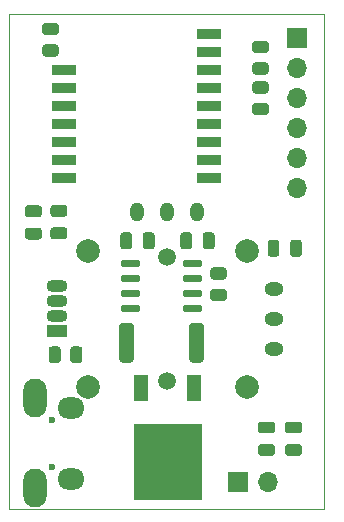
<source format=gts>
%TF.GenerationSoftware,KiCad,Pcbnew,(5.1.7)-1*%
%TF.CreationDate,2021-06-20T23:08:26+01:00*%
%TF.ProjectId,RcCtlHw,52634374-6c48-4772-9e6b-696361645f70,rev?*%
%TF.SameCoordinates,Original*%
%TF.FileFunction,Soldermask,Top*%
%TF.FilePolarity,Negative*%
%FSLAX46Y46*%
G04 Gerber Fmt 4.6, Leading zero omitted, Abs format (unit mm)*
G04 Created by KiCad (PCBNEW (5.1.7)-1) date 2021-06-20 23:08:26*
%MOMM*%
%LPD*%
G01*
G04 APERTURE LIST*
%TA.AperFunction,Profile*%
%ADD10C,0.050000*%
%TD*%
%ADD11O,1.700000X1.700000*%
%ADD12R,1.700000X1.700000*%
%ADD13O,1.600000X1.200000*%
%ADD14O,1.200000X1.600000*%
%ADD15C,1.500000*%
%ADD16C,2.000000*%
%ADD17O,1.800000X1.070000*%
%ADD18R,1.800000X1.070000*%
%ADD19R,2.000000X0.900000*%
%ADD20O,2.000000X3.300000*%
%ADD21O,2.300000X1.800000*%
%ADD22C,0.600000*%
%ADD23R,1.200000X2.200000*%
%ADD24R,5.800000X6.400000*%
G04 APERTURE END LIST*
D10*
X114300000Y-84455000D02*
X140970000Y-84455000D01*
X140970000Y-84455000D02*
X140970000Y-84836000D01*
X114300000Y-84709000D02*
X114300000Y-84455000D01*
X140970000Y-126365000D02*
X140970000Y-119380000D01*
X114300000Y-126365000D02*
X140970000Y-126365000D01*
X114300000Y-119380000D02*
X114300000Y-126365000D01*
X114300000Y-119380000D02*
X114300000Y-84709000D01*
X140970000Y-84836000D02*
X140970000Y-119380000D01*
D11*
%TO.C,J2*%
X138684000Y-99187000D03*
X138684000Y-96647000D03*
X138684000Y-94107000D03*
X138684000Y-91567000D03*
X138684000Y-89027000D03*
D12*
X138684000Y-86487000D03*
%TD*%
D13*
%TO.C,U4*%
X136761000Y-112776000D03*
X136761000Y-110236000D03*
X136761000Y-107696000D03*
D14*
X130301000Y-101236000D03*
X127761000Y-101236000D03*
X125221000Y-101236000D03*
D15*
X127761000Y-115486000D03*
X127761000Y-104986000D03*
D16*
X134511000Y-115986000D03*
X134511000Y-104486000D03*
X121011000Y-104486000D03*
X121011000Y-115986000D03*
%TD*%
D17*
%TO.C,D1*%
X118364000Y-107442000D03*
X118364000Y-108712000D03*
X118364000Y-109982000D03*
D18*
X118364000Y-111252000D03*
%TD*%
D19*
%TO.C,U2*%
X131305000Y-86092001D03*
X131305000Y-87616001D03*
X131305000Y-89140001D03*
X131305000Y-90664001D03*
X131305000Y-92188001D03*
X131305000Y-93712001D03*
X131305000Y-95236001D03*
X131305000Y-96760001D03*
X131305000Y-98284001D03*
X118986000Y-89140001D03*
X118986000Y-90664001D03*
X118986000Y-92188001D03*
X118986000Y-93712001D03*
X118986000Y-95236001D03*
X118986000Y-96760001D03*
X118986000Y-98284001D03*
%TD*%
%TO.C,R3*%
G36*
G01*
X119526000Y-113734001D02*
X119526000Y-112833999D01*
G75*
G02*
X119775999Y-112584000I249999J0D01*
G01*
X120301001Y-112584000D01*
G75*
G02*
X120551000Y-112833999I0J-249999D01*
G01*
X120551000Y-113734001D01*
G75*
G02*
X120301001Y-113984000I-249999J0D01*
G01*
X119775999Y-113984000D01*
G75*
G02*
X119526000Y-113734001I0J249999D01*
G01*
G37*
G36*
G01*
X117701000Y-113734001D02*
X117701000Y-112833999D01*
G75*
G02*
X117950999Y-112584000I249999J0D01*
G01*
X118476001Y-112584000D01*
G75*
G02*
X118726000Y-112833999I0J-249999D01*
G01*
X118726000Y-113734001D01*
G75*
G02*
X118476001Y-113984000I-249999J0D01*
G01*
X117950999Y-113984000D01*
G75*
G02*
X117701000Y-113734001I0J249999D01*
G01*
G37*
%TD*%
D20*
%TO.C,J1*%
X116518000Y-116977000D03*
D21*
X119618000Y-117777000D03*
D20*
X116518000Y-124577000D03*
D22*
X118018000Y-118777000D03*
X118018000Y-122777000D03*
D21*
X119618000Y-123777000D03*
%TD*%
%TO.C,C1*%
G36*
G01*
X131752000Y-103157000D02*
X131752000Y-104107000D01*
G75*
G02*
X131502000Y-104357000I-250000J0D01*
G01*
X131002000Y-104357000D01*
G75*
G02*
X130752000Y-104107000I0J250000D01*
G01*
X130752000Y-103157000D01*
G75*
G02*
X131002000Y-102907000I250000J0D01*
G01*
X131502000Y-102907000D01*
G75*
G02*
X131752000Y-103157000I0J-250000D01*
G01*
G37*
G36*
G01*
X129852000Y-103157000D02*
X129852000Y-104107000D01*
G75*
G02*
X129602000Y-104357000I-250000J0D01*
G01*
X129102000Y-104357000D01*
G75*
G02*
X128852000Y-104107000I0J250000D01*
G01*
X128852000Y-103157000D01*
G75*
G02*
X129102000Y-102907000I250000J0D01*
G01*
X129602000Y-102907000D01*
G75*
G02*
X129852000Y-103157000I0J-250000D01*
G01*
G37*
%TD*%
%TO.C,C2*%
G36*
G01*
X123772000Y-104107000D02*
X123772000Y-103157000D01*
G75*
G02*
X124022000Y-102907000I250000J0D01*
G01*
X124522000Y-102907000D01*
G75*
G02*
X124772000Y-103157000I0J-250000D01*
G01*
X124772000Y-104107000D01*
G75*
G02*
X124522000Y-104357000I-250000J0D01*
G01*
X124022000Y-104357000D01*
G75*
G02*
X123772000Y-104107000I0J250000D01*
G01*
G37*
G36*
G01*
X125672000Y-104107000D02*
X125672000Y-103157000D01*
G75*
G02*
X125922000Y-102907000I250000J0D01*
G01*
X126422000Y-102907000D01*
G75*
G02*
X126672000Y-103157000I0J-250000D01*
G01*
X126672000Y-104107000D01*
G75*
G02*
X126422000Y-104357000I-250000J0D01*
G01*
X125922000Y-104357000D01*
G75*
G02*
X125672000Y-104107000I0J250000D01*
G01*
G37*
%TD*%
%TO.C,R2*%
G36*
G01*
X130829000Y-110843000D02*
X130829000Y-113693000D01*
G75*
G02*
X130579000Y-113943000I-250000J0D01*
G01*
X129854000Y-113943000D01*
G75*
G02*
X129604000Y-113693000I0J250000D01*
G01*
X129604000Y-110843000D01*
G75*
G02*
X129854000Y-110593000I250000J0D01*
G01*
X130579000Y-110593000D01*
G75*
G02*
X130829000Y-110843000I0J-250000D01*
G01*
G37*
G36*
G01*
X124904000Y-110843000D02*
X124904000Y-113693000D01*
G75*
G02*
X124654000Y-113943000I-250000J0D01*
G01*
X123929000Y-113943000D01*
G75*
G02*
X123679000Y-113693000I0J250000D01*
G01*
X123679000Y-110843000D01*
G75*
G02*
X123929000Y-110593000I250000J0D01*
G01*
X124654000Y-110593000D01*
G75*
G02*
X124904000Y-110843000I0J-250000D01*
G01*
G37*
%TD*%
%TO.C,R6*%
G36*
G01*
X117405999Y-87014000D02*
X118306001Y-87014000D01*
G75*
G02*
X118556000Y-87263999I0J-249999D01*
G01*
X118556000Y-87789001D01*
G75*
G02*
X118306001Y-88039000I-249999J0D01*
G01*
X117405999Y-88039000D01*
G75*
G02*
X117156000Y-87789001I0J249999D01*
G01*
X117156000Y-87263999D01*
G75*
G02*
X117405999Y-87014000I249999J0D01*
G01*
G37*
G36*
G01*
X117405999Y-85189000D02*
X118306001Y-85189000D01*
G75*
G02*
X118556000Y-85438999I0J-249999D01*
G01*
X118556000Y-85964001D01*
G75*
G02*
X118306001Y-86214000I-249999J0D01*
G01*
X117405999Y-86214000D01*
G75*
G02*
X117156000Y-85964001I0J249999D01*
G01*
X117156000Y-85438999D01*
G75*
G02*
X117405999Y-85189000I249999J0D01*
G01*
G37*
%TD*%
%TO.C,C4*%
G36*
G01*
X137955000Y-118946000D02*
X138905000Y-118946000D01*
G75*
G02*
X139155000Y-119196000I0J-250000D01*
G01*
X139155000Y-119696000D01*
G75*
G02*
X138905000Y-119946000I-250000J0D01*
G01*
X137955000Y-119946000D01*
G75*
G02*
X137705000Y-119696000I0J250000D01*
G01*
X137705000Y-119196000D01*
G75*
G02*
X137955000Y-118946000I250000J0D01*
G01*
G37*
G36*
G01*
X137955000Y-120846000D02*
X138905000Y-120846000D01*
G75*
G02*
X139155000Y-121096000I0J-250000D01*
G01*
X139155000Y-121596000D01*
G75*
G02*
X138905000Y-121846000I-250000J0D01*
G01*
X137955000Y-121846000D01*
G75*
G02*
X137705000Y-121596000I0J250000D01*
G01*
X137705000Y-121096000D01*
G75*
G02*
X137955000Y-120846000I250000J0D01*
G01*
G37*
%TD*%
%TO.C,R1*%
G36*
G01*
X131629999Y-105890000D02*
X132530001Y-105890000D01*
G75*
G02*
X132780000Y-106139999I0J-249999D01*
G01*
X132780000Y-106665001D01*
G75*
G02*
X132530001Y-106915000I-249999J0D01*
G01*
X131629999Y-106915000D01*
G75*
G02*
X131380000Y-106665001I0J249999D01*
G01*
X131380000Y-106139999D01*
G75*
G02*
X131629999Y-105890000I249999J0D01*
G01*
G37*
G36*
G01*
X131629999Y-107715000D02*
X132530001Y-107715000D01*
G75*
G02*
X132780000Y-107964999I0J-249999D01*
G01*
X132780000Y-108490001D01*
G75*
G02*
X132530001Y-108740000I-249999J0D01*
G01*
X131629999Y-108740000D01*
G75*
G02*
X131380000Y-108490001I0J249999D01*
G01*
X131380000Y-107964999D01*
G75*
G02*
X131629999Y-107715000I249999J0D01*
G01*
G37*
%TD*%
%TO.C,U1*%
G36*
G01*
X130704000Y-109197000D02*
X130704000Y-109497000D01*
G75*
G02*
X130554000Y-109647000I-150000J0D01*
G01*
X129204000Y-109647000D01*
G75*
G02*
X129054000Y-109497000I0J150000D01*
G01*
X129054000Y-109197000D01*
G75*
G02*
X129204000Y-109047000I150000J0D01*
G01*
X130554000Y-109047000D01*
G75*
G02*
X130704000Y-109197000I0J-150000D01*
G01*
G37*
G36*
G01*
X130704000Y-107927000D02*
X130704000Y-108227000D01*
G75*
G02*
X130554000Y-108377000I-150000J0D01*
G01*
X129204000Y-108377000D01*
G75*
G02*
X129054000Y-108227000I0J150000D01*
G01*
X129054000Y-107927000D01*
G75*
G02*
X129204000Y-107777000I150000J0D01*
G01*
X130554000Y-107777000D01*
G75*
G02*
X130704000Y-107927000I0J-150000D01*
G01*
G37*
G36*
G01*
X130704000Y-106657000D02*
X130704000Y-106957000D01*
G75*
G02*
X130554000Y-107107000I-150000J0D01*
G01*
X129204000Y-107107000D01*
G75*
G02*
X129054000Y-106957000I0J150000D01*
G01*
X129054000Y-106657000D01*
G75*
G02*
X129204000Y-106507000I150000J0D01*
G01*
X130554000Y-106507000D01*
G75*
G02*
X130704000Y-106657000I0J-150000D01*
G01*
G37*
G36*
G01*
X130704000Y-105387000D02*
X130704000Y-105687000D01*
G75*
G02*
X130554000Y-105837000I-150000J0D01*
G01*
X129204000Y-105837000D01*
G75*
G02*
X129054000Y-105687000I0J150000D01*
G01*
X129054000Y-105387000D01*
G75*
G02*
X129204000Y-105237000I150000J0D01*
G01*
X130554000Y-105237000D01*
G75*
G02*
X130704000Y-105387000I0J-150000D01*
G01*
G37*
G36*
G01*
X125454000Y-105387000D02*
X125454000Y-105687000D01*
G75*
G02*
X125304000Y-105837000I-150000J0D01*
G01*
X123954000Y-105837000D01*
G75*
G02*
X123804000Y-105687000I0J150000D01*
G01*
X123804000Y-105387000D01*
G75*
G02*
X123954000Y-105237000I150000J0D01*
G01*
X125304000Y-105237000D01*
G75*
G02*
X125454000Y-105387000I0J-150000D01*
G01*
G37*
G36*
G01*
X125454000Y-106657000D02*
X125454000Y-106957000D01*
G75*
G02*
X125304000Y-107107000I-150000J0D01*
G01*
X123954000Y-107107000D01*
G75*
G02*
X123804000Y-106957000I0J150000D01*
G01*
X123804000Y-106657000D01*
G75*
G02*
X123954000Y-106507000I150000J0D01*
G01*
X125304000Y-106507000D01*
G75*
G02*
X125454000Y-106657000I0J-150000D01*
G01*
G37*
G36*
G01*
X125454000Y-107927000D02*
X125454000Y-108227000D01*
G75*
G02*
X125304000Y-108377000I-150000J0D01*
G01*
X123954000Y-108377000D01*
G75*
G02*
X123804000Y-108227000I0J150000D01*
G01*
X123804000Y-107927000D01*
G75*
G02*
X123954000Y-107777000I150000J0D01*
G01*
X125304000Y-107777000D01*
G75*
G02*
X125454000Y-107927000I0J-150000D01*
G01*
G37*
G36*
G01*
X125454000Y-109197000D02*
X125454000Y-109497000D01*
G75*
G02*
X125304000Y-109647000I-150000J0D01*
G01*
X123954000Y-109647000D01*
G75*
G02*
X123804000Y-109497000I0J150000D01*
G01*
X123804000Y-109197000D01*
G75*
G02*
X123954000Y-109047000I150000J0D01*
G01*
X125304000Y-109047000D01*
G75*
G02*
X125454000Y-109197000I0J-150000D01*
G01*
G37*
%TD*%
D12*
%TO.C,BT1*%
X133731000Y-124079000D03*
D11*
X136271000Y-124079000D03*
%TD*%
%TO.C,R8*%
G36*
G01*
X135185999Y-86713000D02*
X136086001Y-86713000D01*
G75*
G02*
X136336000Y-86962999I0J-249999D01*
G01*
X136336000Y-87488001D01*
G75*
G02*
X136086001Y-87738000I-249999J0D01*
G01*
X135185999Y-87738000D01*
G75*
G02*
X134936000Y-87488001I0J249999D01*
G01*
X134936000Y-86962999D01*
G75*
G02*
X135185999Y-86713000I249999J0D01*
G01*
G37*
G36*
G01*
X135185999Y-88538000D02*
X136086001Y-88538000D01*
G75*
G02*
X136336000Y-88787999I0J-249999D01*
G01*
X136336000Y-89313001D01*
G75*
G02*
X136086001Y-89563000I-249999J0D01*
G01*
X135185999Y-89563000D01*
G75*
G02*
X134936000Y-89313001I0J249999D01*
G01*
X134936000Y-88787999D01*
G75*
G02*
X135185999Y-88538000I249999J0D01*
G01*
G37*
%TD*%
%TO.C,C3*%
G36*
G01*
X135669000Y-120846000D02*
X136619000Y-120846000D01*
G75*
G02*
X136869000Y-121096000I0J-250000D01*
G01*
X136869000Y-121596000D01*
G75*
G02*
X136619000Y-121846000I-250000J0D01*
G01*
X135669000Y-121846000D01*
G75*
G02*
X135419000Y-121596000I0J250000D01*
G01*
X135419000Y-121096000D01*
G75*
G02*
X135669000Y-120846000I250000J0D01*
G01*
G37*
G36*
G01*
X135669000Y-118946000D02*
X136619000Y-118946000D01*
G75*
G02*
X136869000Y-119196000I0J-250000D01*
G01*
X136869000Y-119696000D01*
G75*
G02*
X136619000Y-119946000I-250000J0D01*
G01*
X135669000Y-119946000D01*
G75*
G02*
X135419000Y-119696000I0J250000D01*
G01*
X135419000Y-119196000D01*
G75*
G02*
X135669000Y-118946000I250000J0D01*
G01*
G37*
%TD*%
%TO.C,C5*%
G36*
G01*
X115933200Y-100632600D02*
X116883200Y-100632600D01*
G75*
G02*
X117133200Y-100882600I0J-250000D01*
G01*
X117133200Y-101382600D01*
G75*
G02*
X116883200Y-101632600I-250000J0D01*
G01*
X115933200Y-101632600D01*
G75*
G02*
X115683200Y-101382600I0J250000D01*
G01*
X115683200Y-100882600D01*
G75*
G02*
X115933200Y-100632600I250000J0D01*
G01*
G37*
G36*
G01*
X115933200Y-102532600D02*
X116883200Y-102532600D01*
G75*
G02*
X117133200Y-102782600I0J-250000D01*
G01*
X117133200Y-103282600D01*
G75*
G02*
X116883200Y-103532600I-250000J0D01*
G01*
X115933200Y-103532600D01*
G75*
G02*
X115683200Y-103282600I0J250000D01*
G01*
X115683200Y-102782600D01*
G75*
G02*
X115933200Y-102532600I250000J0D01*
G01*
G37*
%TD*%
%TO.C,R7*%
G36*
G01*
X135185999Y-91967000D02*
X136086001Y-91967000D01*
G75*
G02*
X136336000Y-92216999I0J-249999D01*
G01*
X136336000Y-92742001D01*
G75*
G02*
X136086001Y-92992000I-249999J0D01*
G01*
X135185999Y-92992000D01*
G75*
G02*
X134936000Y-92742001I0J249999D01*
G01*
X134936000Y-92216999D01*
G75*
G02*
X135185999Y-91967000I249999J0D01*
G01*
G37*
G36*
G01*
X135185999Y-90142000D02*
X136086001Y-90142000D01*
G75*
G02*
X136336000Y-90391999I0J-249999D01*
G01*
X136336000Y-90917001D01*
G75*
G02*
X136086001Y-91167000I-249999J0D01*
G01*
X135185999Y-91167000D01*
G75*
G02*
X134936000Y-90917001I0J249999D01*
G01*
X134936000Y-90391999D01*
G75*
G02*
X135185999Y-90142000I249999J0D01*
G01*
G37*
%TD*%
D23*
%TO.C,V1*%
X130042000Y-116069000D03*
X125482000Y-116069000D03*
D24*
X127762000Y-122369000D03*
%TD*%
%TO.C,C7*%
G36*
G01*
X118092200Y-100607200D02*
X119042200Y-100607200D01*
G75*
G02*
X119292200Y-100857200I0J-250000D01*
G01*
X119292200Y-101357200D01*
G75*
G02*
X119042200Y-101607200I-250000J0D01*
G01*
X118092200Y-101607200D01*
G75*
G02*
X117842200Y-101357200I0J250000D01*
G01*
X117842200Y-100857200D01*
G75*
G02*
X118092200Y-100607200I250000J0D01*
G01*
G37*
G36*
G01*
X118092200Y-102507200D02*
X119042200Y-102507200D01*
G75*
G02*
X119292200Y-102757200I0J-250000D01*
G01*
X119292200Y-103257200D01*
G75*
G02*
X119042200Y-103507200I-250000J0D01*
G01*
X118092200Y-103507200D01*
G75*
G02*
X117842200Y-103257200I0J250000D01*
G01*
X117842200Y-102757200D01*
G75*
G02*
X118092200Y-102507200I250000J0D01*
G01*
G37*
%TD*%
%TO.C,C8*%
G36*
G01*
X138143400Y-104742000D02*
X138143400Y-103792000D01*
G75*
G02*
X138393400Y-103542000I250000J0D01*
G01*
X138893400Y-103542000D01*
G75*
G02*
X139143400Y-103792000I0J-250000D01*
G01*
X139143400Y-104742000D01*
G75*
G02*
X138893400Y-104992000I-250000J0D01*
G01*
X138393400Y-104992000D01*
G75*
G02*
X138143400Y-104742000I0J250000D01*
G01*
G37*
G36*
G01*
X136243400Y-104742000D02*
X136243400Y-103792000D01*
G75*
G02*
X136493400Y-103542000I250000J0D01*
G01*
X136993400Y-103542000D01*
G75*
G02*
X137243400Y-103792000I0J-250000D01*
G01*
X137243400Y-104742000D01*
G75*
G02*
X136993400Y-104992000I-250000J0D01*
G01*
X136493400Y-104992000D01*
G75*
G02*
X136243400Y-104742000I0J250000D01*
G01*
G37*
%TD*%
M02*

</source>
